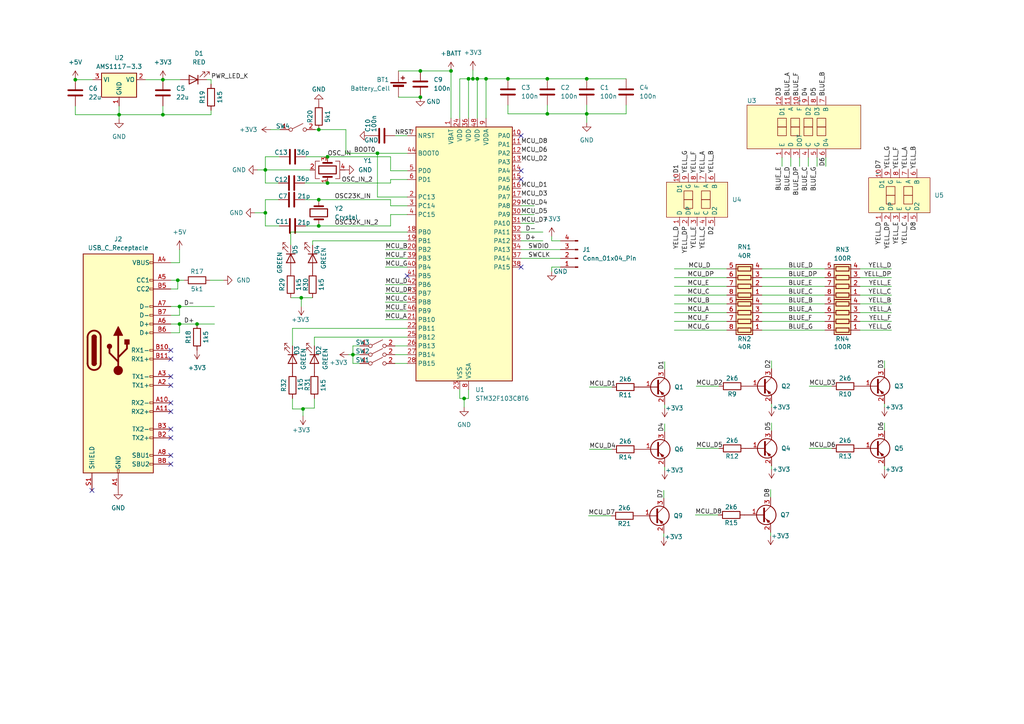
<source format=kicad_sch>
(kicad_sch (version 20230121) (generator eeschema)
  (paper "A4")
  (lib_symbols
    (symbol "Connector:Conn_01x04_Pin" (pin_names (offset 1.016) hide)
      (property "Reference" "J" (at 0 5.08 0))
      (property "Value" "Conn_01x04_Pin" (at 0 -7.62 0))
      (symbol "Conn_01x04_Pin_1_1"
        (pin passive line (at 5.08 2.54 180) (length 3.81) (name "Pin_1") (number "1"))
        (pin passive line (at 5.08 0 180) (length 3.81) (name "Pin_2") (number "2"))
        (pin passive line (at 5.08 -2.54 180) (length 3.81) (name "Pin_3") (number "3"))
        (pin passive line (at 5.08 -5.08 180) (length 3.81) (name "Pin_4") (number "4"))
      )
    )
    (symbol "Connector:USB_C_Receptacle" (pin_names (offset 1.016))
      (property "Reference" "J" (at -10.16 29.21 0))
      (property "Value" "USB_C_Receptacle" (at 10.16 29.21 0))
      (symbol "USB_C_Receptacle_1_1"
        (pin passive line (at 0 -40.64 90) (length 5.08) (name "GND") (number "A1"))
        (pin bidirectional line (at 15.24 -15.24 180) (length 5.08) (name "RX2-") (number "A10"))
        (pin bidirectional line (at 15.24 -17.78 180) (length 5.08) (name "RX2+") (number "A11"))
        (pin passive line (at 0 -40.64 90) (length 5.08) hide (name "GND") (number "A12"))
        (pin bidirectional line (at 15.24 -10.16 180) (length 5.08) (name "TX1+") (number "A2"))
        (pin bidirectional line (at 15.24 -7.62 180) (length 5.08) (name "TX1-") (number "A3"))
        (pin passive line (at 15.24 25.4 180) (length 5.08) (name "VBUS") (number "A4"))
        (pin bidirectional line (at 15.24 20.32 180) (length 5.08) (name "CC1") (number "A5"))
        (pin bidirectional line (at 15.24 7.62 180) (length 5.08) (name "D+") (number "A6"))
        (pin bidirectional line (at 15.24 12.7 180) (length 5.08) (name "D-") (number "A7"))
        (pin bidirectional line (at 15.24 -30.48 180) (length 5.08) (name "SBU1") (number "A8"))
        (pin passive line (at 15.24 25.4 180) (length 5.08) hide (name "VBUS") (number "A9"))
        (pin passive line (at 0 -40.64 90) (length 5.08) hide (name "GND") (number "B1"))
        (pin bidirectional line (at 15.24 0 180) (length 5.08) (name "RX1-") (number "B10"))
        (pin bidirectional line (at 15.24 -2.54 180) (length 5.08) (name "RX1+") (number "B11"))
        (pin passive line (at 0 -40.64 90) (length 5.08) hide (name "GND") (number "B12"))
        (pin bidirectional line (at 15.24 -25.4 180) (length 5.08) (name "TX2+") (number "B2"))
        (pin bidirectional line (at 15.24 -22.86 180) (length 5.08) (name "TX2-") (number "B3"))
        (pin passive line (at 15.24 25.4 180) (length 5.08) hide (name "VBUS") (number "B4"))
        (pin bidirectional line (at 15.24 17.78 180) (length 5.08) (name "CC2") (number "B5"))
        (pin bidirectional line (at 15.24 5.08 180) (length 5.08) (name "D+") (number "B6"))
        (pin bidirectional line (at 15.24 10.16 180) (length 5.08) (name "D-") (number "B7"))
        (pin bidirectional line (at 15.24 -33.02 180) (length 5.08) (name "SBU2") (number "B8"))
        (pin passive line (at 15.24 25.4 180) (length 5.08) hide (name "VBUS") (number "B9"))
        (pin passive line (at -7.62 -40.64 90) (length 5.08) (name "SHIELD") (number "S1"))
      )
    )
    (symbol "Device:Battery_Cell" (pin_numbers hide) (pin_names (offset 0) hide)
      (property "Reference" "BT" (at 2.54 2.54 0))
      (property "Value" "Battery_Cell" (at 2.54 0 0))
      (symbol "Battery_Cell_1_1"
        (pin passive line (at 0 5.08 270) (length 2.54) (name "+") (number "1"))
        (pin passive line (at 0 -2.54 90) (length 2.54) (name "-") (number "2"))
      )
    )
    (symbol "Device:C" (pin_numbers hide) (pin_names (offset 0.254))
      (property "Reference" "C" (at 0.635 2.54 0))
      (property "Value" "C" (at 0.635 -2.54 0))
      (symbol "C_1_1"
        (pin passive line (at 0 3.81 270) (length 2.794) (name "~") (number "1"))
        (pin passive line (at 0 -3.81 90) (length 2.794) (name "~") (number "2"))
      )
    )
    (symbol "Device:Crystal" (pin_numbers hide) (pin_names (offset 1.016) hide)
      (property "Reference" "Y" (at 0 3.81 0))
      (property "Value" "Crystal" (at 0 -3.81 0))
      (symbol "Crystal_1_1"
        (pin passive line (at -3.81 0 0) (length 1.27) (name "1") (number "1"))
        (pin passive line (at 3.81 0 180) (length 1.27) (name "2") (number "2"))
      )
    )
    (symbol "Device:Crystal_GND24" (pin_names (offset 1.016) hide)
      (property "Reference" "Y" (at 3.175 5.08 0))
      (property "Value" "Crystal_GND24" (at 3.175 3.175 0))
      (symbol "Crystal_GND24_1_1"
        (pin passive line (at -3.81 0 0) (length 1.27) (name "1") (number "1"))
        (pin passive line (at 0 5.08 270) (length 1.27) (name "2") (number "2"))
        (pin passive line (at 3.81 0 180) (length 1.27) (name "3") (number "3"))
        (pin passive line (at 0 -5.08 90) (length 1.27) (name "4") (number "4"))
      )
    )
    (symbol "Device:LED" (pin_numbers hide) (pin_names (offset 1.016) hide)
      (property "Reference" "D" (at 0 2.54 0))
      (property "Value" "LED" (at 0 -2.54 0))
      (symbol "LED_1_1"
        (pin passive line (at -3.81 0 0) (length 2.54) (name "K") (number "1"))
        (pin passive line (at 3.81 0 180) (length 2.54) (name "A") (number "2"))
      )
    )
    (symbol "Device:Q_PNP_BEC" (pin_names (offset 0) hide)
      (property "Reference" "Q" (at 5.08 1.27 0))
      (property "Value" "Q_PNP_BEC" (at 5.08 -1.27 0))
      (symbol "Q_PNP_BEC_1_1"
        (pin input line (at -5.08 0 0) (length 5.715) (name "B") (number "1"))
        (pin passive line (at 2.54 -5.08 90) (length 2.54) (name "E") (number "2"))
        (pin passive line (at 2.54 5.08 270) (length 2.54) (name "C") (number "3"))
      )
    )
    (symbol "Device:R" (pin_numbers hide) (pin_names (offset 0))
      (property "Reference" "R" (at 2.032 0 90))
      (property "Value" "R" (at 0 0 90))
      (symbol "R_1_1"
        (pin passive line (at 0 3.81 270) (length 1.27) (name "~") (number "1"))
        (pin passive line (at 0 -3.81 90) (length 1.27) (name "~") (number "2"))
      )
    )
    (symbol "Device:R_Pack04" (pin_names (offset 0) hide)
      (property "Reference" "RN" (at -7.62 0 90))
      (property "Value" "R_Pack04" (at 5.08 0 90))
      (symbol "R_Pack04_1_1"
        (pin passive line (at -5.08 -5.08 90) (length 2.54) (name "R1.1") (number "1"))
        (pin passive line (at -2.54 -5.08 90) (length 2.54) (name "R2.1") (number "2"))
        (pin passive line (at 0 -5.08 90) (length 2.54) (name "R3.1") (number "3"))
        (pin passive line (at 2.54 -5.08 90) (length 2.54) (name "R4.1") (number "4"))
        (pin passive line (at 2.54 5.08 270) (length 2.54) (name "R4.2") (number "5"))
        (pin passive line (at 0 5.08 270) (length 2.54) (name "R3.2") (number "6"))
        (pin passive line (at -2.54 5.08 270) (length 2.54) (name "R2.2") (number "7"))
        (pin passive line (at -5.08 5.08 270) (length 2.54) (name "R1.2") (number "8"))
      )
    )
    (symbol "MCU_ST_STM32F1:STM32F103C8Tx"
      (property "Reference" "U" (at -12.7 39.37 0))
      (property "Value" "STM32F103C8Tx" (at 10.16 39.37 0))
      (symbol "STM32F103C8Tx_1_1"
        (pin power_in line (at -2.54 40.64 270) (length 2.54) (name "VBAT") (number "1"))
        (pin bidirectional line (at 17.78 35.56 180) (length 2.54) (name "PA0") (number "10"))
        (pin bidirectional line (at 17.78 33.02 180) (length 2.54) (name "PA1") (number "11"))
        (pin bidirectional line (at 17.78 30.48 180) (length 2.54) (name "PA2") (number "12"))
        (pin bidirectional line (at 17.78 27.94 180) (length 2.54) (name "PA3") (number "13"))
        (pin bidirectional line (at 17.78 25.4 180) (length 2.54) (name "PA4") (number "14"))
        (pin bidirectional line (at 17.78 22.86 180) (length 2.54) (name "PA5") (number "15"))
        (pin bidirectional line (at 17.78 20.32 180) (length 2.54) (name "PA6") (number "16"))
        (pin bidirectional line (at 17.78 17.78 180) (length 2.54) (name "PA7") (number "17"))
        (pin bidirectional line (at -15.24 7.62 0) (length 2.54) (name "PB0") (number "18"))
        (pin bidirectional line (at -15.24 5.08 0) (length 2.54) (name "PB1") (number "19"))
        (pin bidirectional line (at -15.24 17.78 0) (length 2.54) (name "PC13") (number "2") (alternate "" input line))
        (pin bidirectional line (at -15.24 2.54 0) (length 2.54) (name "PB2") (number "20"))
        (pin bidirectional line (at -15.24 -17.78 0) (length 2.54) (name "PB10") (number "21"))
        (pin bidirectional line (at -15.24 -20.32 0) (length 2.54) (name "PB11") (number "22"))
        (pin power_in line (at 0 -38.1 90) (length 2.54) (name "VSS") (number "23"))
        (pin power_in line (at 0 40.64 270) (length 2.54) (name "VDD") (number "24"))
        (pin bidirectional line (at -15.24 -22.86 0) (length 2.54) (name "PB12") (number "25"))
        (pin bidirectional line (at -15.24 -25.4 0) (length 2.54) (name "PB13") (number "26"))
        (pin bidirectional line (at -15.24 -27.94 0) (length 2.54) (name "PB14") (number "27"))
        (pin bidirectional line (at -15.24 -30.48 0) (length 2.54) (name "PB15") (number "28"))
        (pin bidirectional line (at 17.78 15.24 180) (length 2.54) (name "PA8") (number "29"))
        (pin bidirectional line (at -15.24 15.24 0) (length 2.54) (name "PC14") (number "3") (alternate "" input line))
        (pin bidirectional line (at 17.78 12.7 180) (length 2.54) (name "PA9") (number "30"))
        (pin bidirectional line (at 17.78 10.16 180) (length 2.54) (name "PA10") (number "31"))
        (pin bidirectional line (at 17.78 7.62 180) (length 2.54) (name "PA11") (number "32") (alternate "" input line))
        (pin bidirectional line (at 17.78 5.08 180) (length 2.54) (name "PA12") (number "33") (alternate "" input line))
        (pin bidirectional line (at 17.78 2.54 180) (length 2.54) (name "PA13") (number "34") (alternate "" input line))
        (pin passive line (at 0 -38.1 90) (length 2.54) hide (name "VSS") (number "35"))
        (pin power_in line (at 2.54 40.64 270) (length 2.54) (name "VDD") (number "36"))
        (pin bidirectional line (at 17.78 0 180) (length 2.54) (name "PA14") (number "37") (alternate "" input line))
        (pin bidirectional line (at 17.78 -2.54 180) (length 2.54) (name "PA15") (number "38"))
        (pin bidirectional line (at -15.24 0 0) (length 2.54) (name "PB3") (number "39"))
        (pin bidirectional line (at -15.24 12.7 0) (length 2.54) (name "PC15") (number "4") (alternate "" input line))
        (pin bidirectional line (at -15.24 -2.54 0) (length 2.54) (name "PB4") (number "40"))
        (pin bidirectional line (at -15.24 -5.08 0) (length 2.54) (name "PB5") (number "41"))
        (pin bidirectional line (at -15.24 -7.62 0) (length 2.54) (name "PB6") (number "42"))
        (pin bidirectional line (at -15.24 -10.16 0) (length 2.54) (name "PB7") (number "43"))
        (pin input line (at -15.24 30.48 0) (length 2.54) (name "BOOT0") (number "44"))
        (pin bidirectional line (at -15.24 -12.7 0) (length 2.54) (name "PB8") (number "45"))
        (pin bidirectional line (at -15.24 -15.24 0) (length 2.54) (name "PB9") (number "46"))
        (pin passive line (at 0 -38.1 90) (length 2.54) hide (name "VSS") (number "47"))
        (pin power_in line (at 5.08 40.64 270) (length 2.54) (name "VDD") (number "48"))
        (pin bidirectional line (at -15.24 25.4 0) (length 2.54) (name "PD0") (number "5") (alternate "" input line))
        (pin bidirectional line (at -15.24 22.86 0) (length 2.54) (name "PD1") (number "6") (alternate "" input line))
        (pin input line (at -15.24 35.56 0) (length 2.54) (name "NRST") (number "7"))
        (pin power_in line (at 2.54 -38.1 90) (length 2.54) (name "VSSA") (number "8"))
        (pin power_in line (at 7.62 40.64 270) (length 2.54) (name "VDDA") (number "9"))
      )
    )
    (symbol "Regulator_Linear:AMS1117-3.3"
      (property "Reference" "U" (at -3.81 3.175 0))
      (property "Value" "AMS1117-3.3" (at 0 3.175 0))
      (symbol "AMS1117-3.3_1_1"
        (pin power_in line (at 0 -7.62 90) (length 2.54) (name "GND") (number "1"))
        (pin power_out line (at 7.62 0 180) (length 2.54) (name "VO") (number "2"))
        (pin power_in line (at -7.62 0 0) (length 2.54) (name "VI") (number "3"))
      )
    )
    (symbol "SLR0402DYA3BD_1"
      (property "Reference" "U?" (at -2.54 0 0))
      (symbol "SLR0402DYA3BD_1_1_1"
        (pin input line (at 1.27 -13.97 90) (length 2.54) (name "D") (number "1"))
        (pin input line (at 1.27 1.27 270) (length 2.54) (name "D1") (number "10"))
        (pin input line (at 3.81 -13.97 90) (length 2.54) (name "DP") (number "2"))
        (pin input line (at 6.35 -13.97 90) (length 2.54) (name "E") (number "3"))
        (pin input line (at 8.89 -13.97 90) (length 2.54) (name "C") (number "4"))
        (pin input line (at 11.43 -13.97 90) (length 2.54) (name "D2") (number "5"))
        (pin input line (at 11.43 1.27 270) (length 2.54) (name "B") (number "6"))
        (pin input line (at 8.89 1.27 270) (length 2.54) (name "A") (number "7"))
        (pin input line (at 6.35 1.27 270) (length 2.54) (name "F") (number "8"))
        (pin input line (at 3.81 1.27 270) (length 2.54) (name "G") (number "9"))
      )
    )
    (symbol "Switch:SW_SPST" (pin_names (offset 0) hide)
      (property "Reference" "SW" (at 0 3.175 0))
      (property "Value" "SW_SPST" (at 0 -2.54 0))
      (symbol "SW_SPST_1_1"
        (pin passive line (at -5.08 0 0) (length 2.54) (name "A") (number "1"))
        (pin passive line (at 5.08 0 180) (length 2.54) (name "B") (number "2"))
      )
    )
    (symbol "power:+3V3" (power) (pin_names (offset 0))
      (property "Value" "+3V3" (at 0 3.556 0))
      (symbol "+3V3_1_1"
        (pin power_in line (at 0 0 90) (length 0) hide (name "+3V3") (number "1"))
      )
    )
    (symbol "power:+5V" (power) (pin_names (offset 0))
      (property "Value" "+5V" (at 0 3.556 0))
      (symbol "+5V_1_1"
        (pin power_in line (at 0 0 90) (length 0) hide (name "+5V") (number "1"))
      )
    )
    (symbol "power:+BATT" (power) (pin_names (offset 0))
      (property "Value" "+BATT" (at 0 3.556 0))
      (symbol "+BATT_1_1"
        (pin power_in line (at 0 0 90) (length 0) hide (name "+BATT") (number "1"))
      )
    )
    (symbol "power:GND" (power) (pin_names (offset 0))
      (property "Value" "GND" (at 0 -3.81 0))
      (symbol "GND_1_1"
        (pin power_in line (at 0 0 270) (length 0) hide (name "GND") (number "1"))
      )
    )
    (symbol "seven_segments:SLR0402DYA3BD"
      (property "Reference" "U?" (at -2.54 0 0))
      (symbol "SLR0402DYA3BD_1_1"
        (pin input line (at 1.27 -13.97 90) (length 2.54) (name "D") (number "1"))
        (pin input line (at 1.27 1.27 270) (length 2.54) (name "D1") (number "10"))
        (pin input line (at 3.81 -13.97 90) (length 2.54) (name "DP") (number "2"))
        (pin input line (at 6.35 -13.97 90) (length 2.54) (name "E") (number "3"))
        (pin input line (at 8.89 -13.97 90) (length 2.54) (name "C") (number "4"))
        (pin input line (at 11.43 -13.97 90) (length 2.54) (name "D2") (number "5"))
        (pin input line (at 11.43 1.27 270) (length 2.54) (name "B") (number "6"))
        (pin input line (at 8.89 1.27 270) (length 2.54) (name "A") (number "7"))
        (pin input line (at 6.35 1.27 270) (length 2.54) (name "F") (number "8"))
        (pin input line (at 3.81 1.27 270) (length 2.54) (name "G") (number "9"))
      )
    )
    (symbol "seven_segments:SLR0404DBA2BD"
      (property "Reference" "U?" (at 1.27 13.97 0))
      (symbol "SLR0404DBA2BD_1_1"
        (pin input line (at 10.16 -2.54 90) (length 2.54) (name "E") (number "1"))
        (pin input line (at 15.24 15.24 270) (length 2.54) (name "F") (number "10"))
        (pin input line (at 12.7 15.24 270) (length 2.54) (name "A") (number "11"))
        (pin input line (at 10.16 15.24 270) (length 2.54) (name "D1") (number "12"))
        (pin input line (at 12.7 -2.54 90) (length 2.54) (name "D") (number "2"))
        (pin input line (at 15.24 -2.54 90) (length 2.54) (name "DOT") (number "3"))
        (pin input line (at 17.78 -2.54 90) (length 2.54) (name "C") (number "4"))
        (pin input line (at 20.32 -2.54 90) (length 2.54) (name "G") (number "5"))
        (pin input line (at 22.86 -2.54 90) (length 2.54) (name "D4") (number "6"))
        (pin input line (at 22.86 15.24 270) (length 2.54) (name "B") (number "7"))
        (pin input line (at 20.32 15.24 270) (length 2.54) (name "D3") (number "8"))
        (pin input line (at 17.78 15.24 270) (length 2.54) (name "D2") (number "9"))
      )
    )
  )
  (junction (at 47.244 23.114))
  (junction (at 121.92 20.574))
  (junction (at 57.15 93.98))
  (junction (at 94.996 45.466))
  (junction (at 109.474 44.45))
  (junction (at 52.07 88.9))
  (junction (at 138.43 22.86))
  (junction (at 135.89 22.86))
  (junction (at 170.18 33.02))
  (junction (at 158.75 22.86))
  (junction (at 134.62 115.57))
  (junction (at 94.996 53.086))
  (junction (at 170.18 22.86))
  (junction (at 92.456 65.532))
  (junction (at 147.32 22.86))
  (junction (at 21.844 23.114))
  (junction (at 137.16 22.86))
  (junction (at 121.92 28.194))
  (junction (at 87.884 118.618))
  (junction (at 92.456 57.912))
  (junction (at 51.562 81.28))
  (junction (at 102.362 102.87))
  (junction (at 76.962 49.276))
  (junction (at 76.962 61.722))
  (junction (at 47.244 33.274))
  (junction (at 140.97 22.86))
  (junction (at 34.544 33.274))
  (junction (at 87.376 86.36))
  (junction (at 52.07 93.98))
  (junction (at 158.75 33.02))
  (junction (at 92.456 37.592))
  (junction (at 130.81 20.574))
  (no_connect (at 49.53 109.22))
  (no_connect (at 26.67 142.24))
  (no_connect (at 49.53 124.46))
  (no_connect (at 49.53 104.14))
  (no_connect (at 151.13 39.37))
  (no_connect (at 151.13 77.47))
  (no_connect (at 49.53 116.84))
  (no_connect (at 49.53 119.38))
  (no_connect (at 49.53 127))
  (no_connect (at 118.11 80.01))
  (no_connect (at 49.53 111.76))
  (no_connect (at 49.53 134.62))
  (no_connect (at 151.13 49.53))
  (no_connect (at 151.13 52.07))
  (no_connect (at 49.53 132.08))
  (no_connect (at 49.53 101.6))
  (wire (pts (xy 151.13 72.39) (xy 162.56 72.39)))
  (wire (pts (xy 111.76 72.39) (xy 118.11 72.39)))
  (wire (pts (xy 195.58 85.598) (xy 210.82 85.598)))
  (wire (pts (xy 220.98 93.218) (xy 239.268 93.218)))
  (wire (pts (xy 223.774 122.682) (xy 223.774 124.968)))
  (wire (pts (xy 158.75 22.86) (xy 170.18 22.86)))
  (wire (pts (xy 61.214 23.114) (xy 59.944 23.114)))
  (wire (pts (xy 88.646 65.532) (xy 92.456 65.532)))
  (wire (pts (xy 94.996 53.086) (xy 113.284 53.086)))
  (wire (pts (xy 52.07 88.9) (xy 62.23 88.9)))
  (wire (pts (xy 87.884 118.618) (xy 84.836 118.618)))
  (wire (pts (xy 52.07 91.44) (xy 52.07 88.9)))
  (wire (pts (xy 151.13 74.93) (xy 162.56 74.93)))
  (wire (pts (xy 220.98 95.758) (xy 239.268 95.758)))
  (wire (pts (xy 249.428 95.758) (xy 258.572 95.758)))
  (wire (pts (xy 76.962 57.912) (xy 76.962 61.722)))
  (wire (pts (xy 84.836 118.618) (xy 84.836 115.57)))
  (wire (pts (xy 51.562 83.82) (xy 51.562 81.28)))
  (wire (pts (xy 111.76 74.93) (xy 118.11 74.93)))
  (wire (pts (xy 76.962 65.532) (xy 81.026 65.532)))
  (wire (pts (xy 226.822 48.26) (xy 226.822 45.72)))
  (wire (pts (xy 234.696 112.014) (xy 241.3 112.014)))
  (wire (pts (xy 76.962 49.276) (xy 89.916 49.276)))
  (wire (pts (xy 115.57 28.194) (xy 121.92 28.194)))
  (wire (pts (xy 192.532 142.24) (xy 192.532 144.526)))
  (wire (pts (xy 111.76 85.09) (xy 118.11 85.09)))
  (wire (pts (xy 192.786 117.348) (xy 192.786 118.364)))
  (wire (pts (xy 170.18 33.02) (xy 181.61 33.02)))
  (wire (pts (xy 195.58 90.678) (xy 210.82 90.678)))
  (wire (pts (xy 113.284 49.53) (xy 118.11 49.53)))
  (wire (pts (xy 234.696 130.048) (xy 241.3 130.048)))
  (wire (pts (xy 220.98 85.598) (xy 239.268 85.598)))
  (wire (pts (xy 76.962 61.722) (xy 76.962 65.532)))
  (wire (pts (xy 47.244 30.734) (xy 47.244 33.274)))
  (wire (pts (xy 223.774 117.094) (xy 223.774 118.11)))
  (wire (pts (xy 34.544 33.274) (xy 34.544 30.734)))
  (wire (pts (xy 249.428 83.058) (xy 258.572 83.058)))
  (wire (pts (xy 47.244 23.114) (xy 52.324 23.114)))
  (wire (pts (xy 109.474 57.15) (xy 109.474 44.45)))
  (wire (pts (xy 92.456 65.532) (xy 113.284 65.532)))
  (wire (pts (xy 88.392 53.086) (xy 94.996 53.086)))
  (wire (pts (xy 231.902 48.26) (xy 231.902 45.72)))
  (wire (pts (xy 249.428 85.598) (xy 258.572 85.598)))
  (wire (pts (xy 84.836 95.25) (xy 118.11 95.25)))
  (wire (pts (xy 21.844 30.734) (xy 21.844 33.274)))
  (wire (pts (xy 114.554 105.41) (xy 118.11 105.41)))
  (wire (pts (xy 102.362 105.41) (xy 102.362 102.87)))
  (wire (pts (xy 74.676 49.276) (xy 76.962 49.276)))
  (wire (pts (xy 137.16 22.86) (xy 135.89 22.86)))
  (wire (pts (xy 170.942 130.302) (xy 177.546 130.302)))
  (wire (pts (xy 181.61 33.02) (xy 181.61 30.48)))
  (wire (pts (xy 239.522 48.26) (xy 239.522 45.72)))
  (wire (pts (xy 91.186 97.79) (xy 91.186 100.33)))
  (wire (pts (xy 133.35 22.86) (xy 133.35 34.29)))
  (wire (pts (xy 42.164 23.114) (xy 47.244 23.114)))
  (wire (pts (xy 84.328 71.12) (xy 84.328 67.31)))
  (wire (pts (xy 115.57 20.574) (xy 121.92 20.574)))
  (wire (pts (xy 130.81 20.574) (xy 130.81 34.29)))
  (wire (pts (xy 100.33 44.45) (xy 109.474 44.45)))
  (wire (pts (xy 100.33 37.592) (xy 92.456 37.592)))
  (wire (pts (xy 223.774 135.128) (xy 223.774 136.144)))
  (wire (pts (xy 101.092 102.87) (xy 102.362 102.87)))
  (wire (pts (xy 170.18 22.86) (xy 181.61 22.86)))
  (wire (pts (xy 111.76 87.63) (xy 118.11 87.63)))
  (wire (pts (xy 121.92 20.574) (xy 130.81 20.574)))
  (wire (pts (xy 151.13 67.31) (xy 157.48 67.31)))
  (wire (pts (xy 100.33 37.592) (xy 100.33 44.45)))
  (wire (pts (xy 80.772 57.912) (xy 76.962 57.912)))
  (wire (pts (xy 201.676 149.352) (xy 208.28 149.352)))
  (wire (pts (xy 134.62 115.57) (xy 135.89 115.57)))
  (wire (pts (xy 170.18 35.56) (xy 170.18 33.02)))
  (wire (pts (xy 223.774 104.648) (xy 223.774 106.934)))
  (wire (pts (xy 195.58 88.138) (xy 210.82 88.138)))
  (wire (pts (xy 201.93 130.048) (xy 208.534 130.048)))
  (wire (pts (xy 102.362 102.87) (xy 102.362 100.33)))
  (wire (pts (xy 234.442 48.26) (xy 234.442 45.72)))
  (wire (pts (xy 170.942 112.268) (xy 177.546 112.268)))
  (wire (pts (xy 236.982 48.26) (xy 236.982 45.72)))
  (wire (pts (xy 256.54 122.682) (xy 256.54 124.968)))
  (wire (pts (xy 220.98 77.978) (xy 239.268 77.978)))
  (wire (pts (xy 114.554 39.37) (xy 118.11 39.37)))
  (wire (pts (xy 84.328 86.36) (xy 87.376 86.36)))
  (wire (pts (xy 90.678 69.85) (xy 90.678 71.12)))
  (wire (pts (xy 147.32 22.86) (xy 158.75 22.86)))
  (wire (pts (xy 170.688 149.606) (xy 177.292 149.606)))
  (wire (pts (xy 113.284 52.07) (xy 113.284 53.086)))
  (wire (pts (xy 64.77 81.28) (xy 60.96 81.28)))
  (wire (pts (xy 113.284 62.23) (xy 118.11 62.23)))
  (wire (pts (xy 111.76 82.55) (xy 118.11 82.55)))
  (wire (pts (xy 135.89 22.86) (xy 133.35 22.86)))
  (wire (pts (xy 21.844 33.274) (xy 34.544 33.274)))
  (wire (pts (xy 49.53 83.82) (xy 51.562 83.82)))
  (wire (pts (xy 87.376 86.36) (xy 90.678 86.36)))
  (wire (pts (xy 114.554 100.33) (xy 118.11 100.33)))
  (wire (pts (xy 87.376 88.9) (xy 87.376 86.36)))
  (wire (pts (xy 249.428 90.678) (xy 258.572 90.678)))
  (wire (pts (xy 140.97 34.29) (xy 140.97 22.86)))
  (wire (pts (xy 162.56 77.47) (xy 160.02 77.47)))
  (wire (pts (xy 195.58 93.218) (xy 210.82 93.218)))
  (wire (pts (xy 223.52 154.432) (xy 223.52 155.448)))
  (wire (pts (xy 160.02 69.85) (xy 160.02 68.58)))
  (wire (pts (xy 133.35 115.57) (xy 133.35 113.03)))
  (wire (pts (xy 114.554 102.87) (xy 118.11 102.87)))
  (wire (pts (xy 84.328 67.31) (xy 118.11 67.31)))
  (wire (pts (xy 92.456 37.592) (xy 91.44 37.592)))
  (wire (pts (xy 88.392 57.912) (xy 92.456 57.912)))
  (wire (pts (xy 249.428 77.978) (xy 258.572 77.978)))
  (wire (pts (xy 249.428 80.518) (xy 258.572 80.518)))
  (wire (pts (xy 92.456 57.912) (xy 113.284 57.912)))
  (wire (pts (xy 52.07 96.52) (xy 52.07 93.98)))
  (wire (pts (xy 104.394 105.41) (xy 102.362 105.41)))
  (wire (pts (xy 52.07 93.98) (xy 57.15 93.98)))
  (wire (pts (xy 90.678 69.85) (xy 118.11 69.85)))
  (wire (pts (xy 49.53 93.98) (xy 52.07 93.98)))
  (wire (pts (xy 57.15 93.98) (xy 62.23 93.98)))
  (wire (pts (xy 249.428 88.138) (xy 258.572 88.138)))
  (wire (pts (xy 84.836 95.25) (xy 84.836 100.33)))
  (wire (pts (xy 140.97 22.86) (xy 138.43 22.86)))
  (wire (pts (xy 134.62 115.57) (xy 134.62 118.11)))
  (wire (pts (xy 118.11 57.15) (xy 109.474 57.15)))
  (wire (pts (xy 73.914 61.722) (xy 76.962 61.722)))
  (wire (pts (xy 91.186 118.364) (xy 87.884 118.364)))
  (wire (pts (xy 135.89 34.29) (xy 135.89 22.86)))
  (wire (pts (xy 249.428 93.218) (xy 258.572 93.218)))
  (wire (pts (xy 109.474 44.45) (xy 118.11 44.45)))
  (wire (pts (xy 170.18 33.02) (xy 170.18 30.48)))
  (wire (pts (xy 195.58 95.758) (xy 210.82 95.758)))
  (wire (pts (xy 88.646 45.466) (xy 94.996 45.466)))
  (wire (pts (xy 160.02 77.47) (xy 160.02 78.74)))
  (wire (pts (xy 47.244 33.274) (xy 61.214 33.274)))
  (wire (pts (xy 104.394 102.87) (xy 102.362 102.87)))
  (wire (pts (xy 220.98 80.518) (xy 239.268 80.518)))
  (wire (pts (xy 52.07 72.39) (xy 52.07 76.2)))
  (wire (pts (xy 192.532 154.686) (xy 192.532 155.702)))
  (wire (pts (xy 91.186 115.57) (xy 91.186 118.364)))
  (wire (pts (xy 151.13 62.23) (xy 154.94 62.23)))
  (wire (pts (xy 94.996 45.466) (xy 113.284 45.466)))
  (wire (pts (xy 80.772 53.086) (xy 76.962 53.086)))
  (wire (pts (xy 111.76 77.47) (xy 118.11 77.47)))
  (wire (pts (xy 113.284 57.912) (xy 113.284 59.69)))
  (wire (pts (xy 118.11 59.69) (xy 113.284 59.69)))
  (wire (pts (xy 76.962 45.466) (xy 76.962 49.276)))
  (wire (pts (xy 137.16 20.32) (xy 137.16 22.86)))
  (wire (pts (xy 201.93 112.014) (xy 208.534 112.014)))
  (wire (pts (xy 151.13 59.69) (xy 154.94 59.69)))
  (wire (pts (xy 256.54 135.128) (xy 256.54 136.144)))
  (wire (pts (xy 195.58 80.518) (xy 210.82 80.518)))
  (wire (pts (xy 220.98 88.138) (xy 239.268 88.138)))
  (wire (pts (xy 61.214 32.004) (xy 61.214 33.274)))
  (wire (pts (xy 34.544 34.544) (xy 34.544 33.274)))
  (wire (pts (xy 138.43 22.86) (xy 137.16 22.86)))
  (wire (pts (xy 49.53 88.9) (xy 52.07 88.9)))
  (wire (pts (xy 195.58 77.978) (xy 210.82 77.978)))
  (wire (pts (xy 220.98 83.058) (xy 239.268 83.058)))
  (wire (pts (xy 151.13 69.85) (xy 157.48 69.85)))
  (wire (pts (xy 118.11 97.79) (xy 91.186 97.79)))
  (wire (pts (xy 49.53 91.44) (xy 52.07 91.44)))
  (wire (pts (xy 135.89 113.03) (xy 135.89 115.57)))
  (wire (pts (xy 229.362 48.26) (xy 229.362 45.72)))
  (wire (pts (xy 162.56 69.85) (xy 160.02 69.85)))
  (wire (pts (xy 158.75 30.48) (xy 158.75 33.02)))
  (wire (pts (xy 158.75 33.02) (xy 170.18 33.02)))
  (wire (pts (xy 147.32 33.02) (xy 158.75 33.02)))
  (wire (pts (xy 87.884 120.65) (xy 87.884 118.618)))
  (wire (pts (xy 111.76 92.71) (xy 118.11 92.71)))
  (wire (pts (xy 223.52 141.986) (xy 223.52 144.272)))
  (wire (pts (xy 138.43 34.29) (xy 138.43 22.86)))
  (wire (pts (xy 256.54 104.648) (xy 256.54 106.934)))
  (wire (pts (xy 61.214 24.384) (xy 61.214 23.114)))
  (wire (pts (xy 113.284 62.23) (xy 113.284 65.532)))
  (wire (pts (xy 53.34 81.28) (xy 51.562 81.28)))
  (wire (pts (xy 87.884 118.618) (xy 87.884 118.364)))
  (wire (pts (xy 111.76 90.17) (xy 118.11 90.17)))
  (wire (pts (xy 113.284 45.466) (xy 113.284 49.53)))
  (wire (pts (xy 151.13 64.77) (xy 154.94 64.77)))
  (wire (pts (xy 81.026 45.466) (xy 76.962 45.466)))
  (wire (pts (xy 102.362 100.33) (xy 104.394 100.33)))
  (wire (pts (xy 220.98 90.678) (xy 239.268 90.678)))
  (wire (pts (xy 192.786 104.902) (xy 192.786 107.188)))
  (wire (pts (xy 192.786 122.936) (xy 192.786 125.222)))
  (wire (pts (xy 76.962 49.276) (xy 76.962 53.086)))
  (wire (pts (xy 134.62 115.57) (xy 133.35 115.57)))
  (wire (pts (xy 52.07 76.2) (xy 49.53 76.2)))
  (wire (pts (xy 34.544 33.274) (xy 47.244 33.274)))
  (wire (pts (xy 118.11 52.07) (xy 113.284 52.07)))
  (wire (pts (xy 21.844 23.114) (xy 26.924 23.114)))
  (wire (pts (xy 140.97 22.86) (xy 147.32 22.86)))
  (wire (pts (xy 256.54 117.094) (xy 256.54 118.11)))
  (wire (pts (xy 81.28 37.592) (xy 78.486 37.592)))
  (wire (pts (xy 51.562 81.28) (xy 49.53 81.28)))
  (wire (pts (xy 147.32 30.48) (xy 147.32 33.02)))
  (wire (pts (xy 192.786 135.382) (xy 192.786 136.398)))
  (wire (pts (xy 49.53 96.52) (xy 52.07 96.52)))
  (wire (pts (xy 195.58 83.058) (xy 210.82 83.058)))
  (label "MCU_D6" (at 151.13 44.45 0))
  (label "MCU_D" (at 111.76 82.55 0))
  (label "YELL_D" (at 197.104 65.532 270))
  (label "YELL_DP" (at 199.644 65.532 270))
  (label "NRST" (at 114.554 39.37 0))
  (label "PWR_LED_K" (at 61.214 23.114 0))
  (label "BOOT0" (at 102.616 44.45 0))
  (label "MCU_G" (at 111.76 77.47 0))
  (label "MCU_A" (at 199.39 90.678 0))
  (label "MCU_D1" (at 151.13 54.61 0))
  (label "BLUE_G" (at 228.6 95.758 0))
  (label "D3" (at 226.822 27.94 90))
  (label "YELL_G" (at 258.572 95.758 180))
  (label "YELL_B" (at 207.264 50.292 90))
  (label "MCU_B" (at 111.76 72.39 0))
  (label "MCU_G" (at 199.39 95.758 0))
  (label "BLUE_D" (at 229.362 48.26 270))
  (label "BLUE_D" (at 228.6 77.978 0))
  (label "D3" (at 256.54 106.934 90))
  (label "YELL_B" (at 258.572 88.138 180))
  (label "BLUE_E" (at 228.6 83.058 0))
  (label "YELL_F" (at 202.184 50.292 90))
  (label "D4" (at 192.786 125.222 90))
  (label "D7" (at 255.778 49.022 90))
  (label "OSC23K_IN" (at 97.028 57.912 0))
  (label "BLUE_F" (at 231.902 27.94 90))
  (label "OSC32K_IN_2" (at 97.028 65.532 0))
  (label "YELL_G" (at 199.644 50.292 90))
  (label "MCU_D3" (at 151.13 57.15 0))
  (label "BLUE_E" (at 226.822 48.26 270))
  (label "MCU_DP" (at 199.39 80.518 0))
  (label "D1" (at 197.104 50.292 90))
  (label "YELL_DP" (at 258.572 80.518 180))
  (label "MCU_D3" (at 234.696 112.014 0))
  (label "YELL_E" (at 258.572 83.058 180))
  (label "YELL_C" (at 263.398 64.262 270))
  (label "BLUE_A" (at 228.6 90.678 0))
  (label "D-" (at 152.4 67.31 0))
  (label "MCU_D4" (at 151.13 59.69 0))
  (label "YELL_A" (at 204.724 50.292 90))
  (label "MCU_D2" (at 151.13 46.99 0))
  (label "YELL_A" (at 258.572 90.678 180))
  (label "D+" (at 53.34 93.98 0))
  (label "BLUE_DP" (at 231.902 48.26 270))
  (label "BLUE_C" (at 228.6 85.598 0))
  (label "YELL_F" (at 260.858 49.022 90))
  (label "BLUE_B" (at 239.522 27.94 90))
  (label "MCU_B" (at 199.39 88.138 0))
  (label "MCU_F" (at 111.76 74.93 0))
  (label "OSC_IN" (at 94.996 45.466 0))
  (label "BLUE_G" (at 236.982 48.26 270))
  (label "YELL_E" (at 202.184 65.532 270))
  (label "MCU_D7" (at 170.688 149.606 0))
  (label "D8" (at 265.938 64.262 270))
  (label "MCU_D" (at 199.644 77.978 0))
  (label "BLUE_DP" (at 228.6 80.518 0))
  (label "BLUE_F" (at 228.6 93.218 0))
  (label "D2" (at 207.264 65.532 270))
  (label "YELL_G" (at 258.318 49.022 90))
  (label "MCU_E" (at 111.76 90.17 0))
  (label "MCU_DP" (at 111.76 85.09 0))
  (label "MCU_A" (at 111.76 92.71 0))
  (label "YELL_C" (at 258.572 85.598 180))
  (label "SWCLK" (at 153.162 74.93 0))
  (label "D6" (at 256.54 124.968 90))
  (label "YELL_D" (at 258.572 77.978 180))
  (label "MCU_C" (at 111.76 87.63 0))
  (label "BLUE_A" (at 229.362 27.94 90))
  (label "D2" (at 223.774 106.934 90))
  (label "YELL_A" (at 263.398 49.022 90))
  (label "MCU_F" (at 199.39 93.218 0))
  (label "D1" (at 192.786 107.188 90))
  (label "MCU_D5" (at 151.13 62.23 0))
  (label "D-" (at 53.34 88.9 0))
  (label "MCU_D6" (at 234.696 130.048 0))
  (label "D8" (at 223.52 144.272 90))
  (label "YELL_E" (at 260.858 64.262 270))
  (label "D5" (at 223.774 124.968 90))
  (label "YELL_C" (at 204.724 65.532 270))
  (label "D6" (at 239.522 48.26 90))
  (label "MCU_D4" (at 170.942 130.302 0))
  (label "BLUE_B" (at 228.6 88.138 0))
  (label "MCU_D2" (at 201.93 112.014 0))
  (label "YELL_B" (at 265.938 49.022 90))
  (label "D7" (at 192.532 144.526 90))
  (label "MCU_C" (at 199.39 85.598 0))
  (label "D4" (at 234.442 27.94 90))
  (label "D+" (at 152.4 69.85 0))
  (label "BLUE_C" (at 234.442 48.26 270))
  (label "MCU_D8" (at 151.13 41.91 0))
  (label "MCU_D7" (at 151.13 64.77 0))
  (label "YELL_F" (at 258.572 93.218 180))
  (label "MCU_D8" (at 201.676 149.352 0))
  (label "MCU_D5" (at 201.93 130.048 0))
  (label "D5" (at 236.982 27.94 90))
  (label "MCU_D1" (at 170.942 112.268 0))
  (label "SWDIO" (at 153.162 72.39 0))
  (label "YELL_D" (at 255.778 64.262 270))
  (label "YELL_DP" (at 258.318 64.262 270))
  (label "MCU_E" (at 199.39 83.058 0))
  (label "OSC_IN_2" (at 99.06 53.086 0))
  (symbol (lib_id "Device:Q_PNP_BEC") (at 190.246 112.268 0) (unit 1)
    (property "Reference" "Q1" (at 195.58 112.268 0) (effects (justify left)))
    (property "Value" "Q_PNP_BEC" (effects hide))
    (property "Footprint" "Package_TO_SOT_SMD:SOT-23" (effects hide))
  )
  (symbol (lib_id "power:GND") (at 121.92 28.194 0) (unit 1)
    (property "Reference" "#PWR022" (effects hide))
    (property "Value" "GND" (at 125.73 29.464 0))
  )
  (symbol (lib_id "Connector:USB_C_Receptacle") (at 34.29 101.6 0) (unit 1)
    (property "Reference" "J2" (at 34.29 69.342 0))
    (property "Value" "USB_C_Receptacle" (at 34.29 71.882 0))
    (property "Footprint" "Connector_USB:USB_C_Receptacle_XKB_U262-16XN-4BVC11" (effects hide))
    (property "Datasheet" "https://www.usb.org/sites/default/files/documents/usb_type-c.zip" (effects hide))
  )
  (symbol (lib_id "Device:Q_PNP_BEC") (at 254 112.014 0) (unit 1)
    (property "Reference" "Q3" (at 259.334 112.014 0) (effects (justify left)))
    (property "Value" "Q_PNP_BEC" (effects hide))
    (property "Footprint" "Package_TO_SOT_SMD:SOT-23" (effects hide))
  )
  (symbol (lib_id "Switch:SW_SPST") (at 109.474 102.87 0) (unit 1)
    (property "Reference" "SW2" (at 105.156 101.854 0))
    (property "Value" "SW_SPST" (effects hide))
    (property "Footprint" "seven_segments:TS-1088-AR02016" (effects hide))
  )
  (symbol (lib_name "SLR0402DYA3BD_1") (lib_id "seven_segments:SLR0402DYA3BD") (at 195.834 51.562 0) (unit 1)
    (property "Reference" "U4" (at 212.344 57.912 0) (effects (justify left)))
    (property "Value" "~" (at 195.834 51.562 0))
    (property "Footprint" "seven_segments:SLR0402DYA3BD" (effects hide))
  )
  (symbol (lib_id "Device:R") (at 91.186 111.76 180) (unit 1)
    (property "Reference" "R31" (at 89.154 111.506 90))
    (property "Value" "1k5" (at 93.726 111.76 90))
    (property "Footprint" "Resistor_SMD:R_0603_1608Metric" (effects hide))
  )
  (symbol (lib_id "power:GND") (at 160.02 78.74 0) (unit 1)
    (property "Reference" "#PWR010" (effects hide))
    (property "Value" "GND" (at 162.56 78.74 0))
  )
  (symbol (lib_id "Device:LED") (at 91.186 104.14 270) (unit 1)
    (property "Reference" "D2" (at 92.456 101.6 0))
    (property "Value" "GREEN" (at 94.361 104.14 0))
    (property "Footprint" "LED_SMD:LED_0603_1608Metric" (effects hide))
  )
  (symbol (lib_id "Device:Q_PNP_BEC") (at 220.98 149.352 0) (unit 1)
    (property "Reference" "Q7" (at 226.314 149.352 0) (effects (justify left)))
    (property "Value" "Q_PNP_BEC" (effects hide))
    (property "Footprint" "Package_TO_SOT_SMD:SOT-23" (effects hide))
  )
  (symbol (lib_id "Device:Battery_Cell") (at 115.57 25.654 0) (unit 1)
    (property "Reference" "BT1" (at 109.22 23.114 0) (effects (justify left)))
    (property "Value" "Battery_Cell" (at 101.6 25.654 0) (effects (justify left)))
    (property "Footprint" "seven_segments:Q&J BS-8-1" (effects hide))
  )
  (symbol (lib_id "Device:C") (at 84.836 45.466 90) (unit 1)
    (property "Reference" "C13" (at 81.534 44.196 90))
    (property "Value" "36p" (at 87.884 44.196 90))
    (property "Footprint" "Capacitor_SMD:C_0603_1608Metric" (effects hide))
  )
  (symbol (lib_id "Device:R") (at 181.102 149.606 270) (unit 1)
    (property "Reference" "R21" (at 181.102 151.892 90))
    (property "Value" "2k6" (at 181.102 147.32 90))
    (property "Footprint" "Resistor_SMD:R_0603_1608Metric" (effects hide))
  )
  (symbol (lib_id "Device:R_Pack04") (at 215.9 80.518 90) (unit 1)
    (property "Reference" "RN1" (at 215.9 71.628 90))
    (property "Value" "40R" (at 215.9 74.168 90))
    (property "Footprint" "Resistor_SMD:R_Array_Concave_4x0603" (effects hide))
  )
  (symbol (lib_id "seven_segments:SLR0402DYA3BD") (at 254.508 50.292 0) (unit 1)
    (property "Reference" "U5" (at 271.018 56.642 0) (effects (justify left)))
    (property "Value" "~" (at 254.508 50.292 0))
    (property "Footprint" "seven_segments:SLR0402DYA3BD" (effects hide))
  )
  (symbol (lib_id "Device:C") (at 121.92 24.384 0) (unit 1)
    (property "Reference" "C9" (at 125.73 23.114 0) (effects (justify left)))
    (property "Value" "100n" (at 125.73 25.654 0) (effects (justify left)))
    (property "Footprint" "Capacitor_SMD:C_0603_1608Metric" (effects hide))
  )
  (symbol (lib_id "Device:R") (at 212.344 112.014 270) (unit 1)
    (property "Reference" "R9" (at 212.344 114.3 90))
    (property "Value" "2k6" (at 212.344 109.728 90))
    (property "Footprint" "Resistor_SMD:R_0603_1608Metric" (effects hide))
  )
  (symbol (lib_id "Device:Q_PNP_BEC") (at 189.992 149.606 0) (unit 1)
    (property "Reference" "Q9" (at 195.326 149.606 0) (effects (justify left)))
    (property "Value" "Q_PNP_BEC" (effects hide))
    (property "Footprint" "Package_TO_SOT_SMD:SOT-23" (effects hide))
  )
  (symbol (lib_id "power:+3V3") (at 87.376 88.9 180) (unit 1)
    (property "Reference" "#PWR07" (effects hide))
    (property "Value" "+3V3" (at 87.122 92.71 0))
  )
  (symbol (lib_id "power:GND") (at 74.676 49.276 270) (unit 1)
    (property "Reference" "#PWR03" (effects hide))
    (property "Value" "GND" (at 71.374 49.276 90) (effects (justify right)))
  )
  (symbol (lib_id "power:+3V3") (at 192.786 136.398 180) (unit 1)
    (property "Reference" "#PWR029" (effects hide))
    (property "Value" "+3V3" (at 195.58 136.398 0))
  )
  (symbol (lib_id "Device:R") (at 90.678 82.55 180) (unit 1)
    (property "Reference" "R30" (at 88.646 82.55 90))
    (property "Value" "1k5" (at 93.218 82.55 90))
    (property "Footprint" "Resistor_SMD:R_0603_1608Metric" (effects hide))
  )
  (symbol (lib_id "Device:C") (at 110.744 39.37 90) (unit 1)
    (property "Reference" "C10" (at 106.68 38.354 0) (effects (justify left)))
    (property "Value" "100n" (at 108.458 38.354 0) (effects (justify left)))
    (property "Footprint" "Capacitor_SMD:C_0603_1608Metric" (effects hide))
  )
  (symbol (lib_id "power:+3V3") (at 47.244 23.114 0) (unit 1)
    (property "Reference" "#PWR013" (effects hide))
    (property "Value" "+3V3" (at 47.244 18.034 0))
  )
  (symbol (lib_id "Device:Q_PNP_BEC") (at 254 130.048 0) (unit 1)
    (property "Reference" "Q5" (at 259.334 130.048 0) (effects (justify left)))
    (property "Value" "Q_PNP_BEC" (effects hide))
    (property "Footprint" "Package_TO_SOT_SMD:SOT-23" (effects hide))
  )
  (symbol (lib_id "Device:R") (at 84.328 82.55 180) (unit 1)
    (property "Reference" "R29" (at 81.788 82.55 90))
    (property "Value" "1k5" (at 86.614 82.55 90))
    (property "Footprint" "Resistor_SMD:R_0603_1608Metric" (effects hide))
  )
  (symbol (lib_id "Device:LED") (at 84.328 74.93 270) (unit 1)
    (property "Reference" "D5" (at 85.598 72.39 0))
    (property "Value" "GREEN" (at 81.153 76.2 0))
    (property "Footprint" "LED_SMD:LED_0603_1608Metric" (effects hide))
  )
  (symbol (lib_id "power:+3V3") (at 192.532 155.702 180) (unit 1)
    (property "Reference" "#PWR032" (effects hide))
    (property "Value" "+3V3" (at 195.326 155.702 0))
  )
  (symbol (lib_id "Device:C") (at 158.75 26.67 0) (unit 1)
    (property "Reference" "C2" (at 162.56 25.4 0) (effects (justify left)))
    (property "Value" "100n" (at 162.56 27.94 0) (effects (justify left)))
    (property "Footprint" "Capacitor_SMD:C_0603_1608Metric" (effects hide))
  )
  (symbol (lib_id "MCU_ST_STM32F1:STM32F103C8Tx") (at 133.35 74.93 0) (unit 1)
    (property "Reference" "U1" (at 137.8459 113.03 0) (effects (justify left)))
    (property "Value" "STM32F103C8T6" (at 137.8459 115.57 0) (effects (justify left)))
    (property "Footprint" "Package_QFP:LQFP-48_7x7mm_P0.5mm" (effects hide))
    (property "Datasheet" "https://www.st.com/resource/en/datasheet/stm32f103c8.pdf" (effects hide))
    (pin "3" (alternate "OSC32K_IN"))
    (pin "34" (alternate "SWDIO"))
    (pin "37" (alternate "SWCLK"))
    (pin "4" (alternate "OSC32K_IN_2"))
    (pin "5" (alternate "OSC_IN"))
    (pin "6" (alternate "OSC_IN_2"))
  )
  (symbol (lib_id "power:GND") (at 64.77 81.28 90) (unit 1)
    (property "Reference" "#PWR020" (effects hide))
    (property "Value" "GND" (at 68.58 81.28 90) (effects (justify right)))
  )
  (symbol (lib_id "Device:R") (at 212.344 130.048 270) (unit 1)
    (property "Reference" "R12" (at 212.344 132.334 90))
    (property "Value" "2k6" (at 212.344 127.762 90))
    (property "Footprint" "Resistor_SMD:R_0603_1608Metric" (effects hide))
  )
  (symbol (lib_id "Device:R") (at 181.356 130.302 270) (unit 1)
    (property "Reference" "R14" (at 181.356 132.588 90))
    (property "Value" "2k6" (at 181.356 128.016 90))
    (property "Footprint" "Resistor_SMD:R_0603_1608Metric" (effects hide))
  )
  (symbol (lib_id "Device:R_Pack04") (at 244.348 80.518 90) (unit 1)
    (property "Reference" "RN3" (at 244.348 72.39 90))
    (property "Value" "100R" (at 244.348 74.93 90))
    (property "Footprint" "Resistor_SMD:R_Array_Concave_4x0603" (effects hide))
  )
  (symbol (lib_id "power:+5V") (at 52.07 72.39 0) (unit 1)
    (property "Reference" "#PWR019" (effects hide))
    (property "Value" "+5V" (at 52.07 67.31 0))
  )
  (symbol (lib_id "Device:R") (at 57.15 81.28 90) (unit 1)
    (property "Reference" "R17" (at 57.15 78.74 90))
    (property "Value" "5k1" (at 57.15 83.82 90))
    (property "Footprint" "Resistor_SMD:R_0603_1608Metric" (effects hide))
  )
  (symbol (lib_id "power:GND") (at 170.18 35.56 0) (unit 1)
    (property "Reference" "#PWR017" (effects hide))
    (property "Value" "GND" (at 170.18 40.64 0))
  )
  (symbol (lib_id "Regulator_Linear:AMS1117-3.3") (at 34.544 23.114 0) (unit 1)
    (property "Reference" "U2" (at 34.544 16.764 0))
    (property "Value" "AMS1117-3.3" (at 34.544 19.304 0))
    (property "Footprint" "Package_TO_SOT_SMD:SOT-223-3_TabPin2" (effects hide))
    (property "Datasheet" "http://www.advanced-monolithic.com/pdf/ds1117.pdf" (effects hide))
  )
  (symbol (lib_id "power:+3V3") (at 137.16 20.32 0) (unit 1)
    (property "Reference" "#PWR016" (effects hide))
    (property "Value" "+3V3" (at 137.16 15.24 0))
  )
  (symbol (lib_id "power:GND") (at 34.544 34.544 0) (unit 1)
    (property "Reference" "#PWR015" (effects hide))
    (property "Value" "GND" (at 34.544 39.624 0))
  )
  (symbol (lib_id "power:+3V3") (at 223.774 136.144 180) (unit 1)
    (property "Reference" "#PWR027" (effects hide))
    (property "Value" "+3V3" (at 226.568 136.144 0))
  )
  (symbol (lib_id "Device:R") (at 84.836 111.76 180) (unit 1)
    (property "Reference" "R32" (at 82.296 111.76 90))
    (property "Value" "1k5" (at 87.122 111.506 90))
    (property "Footprint" "Resistor_SMD:R_0603_1608Metric" (effects hide))
  )
  (symbol (lib_id "seven_segments:SLR0404DBA2BD") (at 216.662 43.18 0) (unit 1)
    (property "Reference" "U3" (at 216.662 29.21 0) (effects (justify left)))
    (property "Value" "~" (at 231.902 29.21 0))
    (property "Footprint" "seven_segments:SLR0404DBA2BD" (effects hide))
  )
  (symbol (lib_id "Device:C") (at 84.836 65.532 90) (unit 1)
    (property "Reference" "C11" (at 81.788 64.262 90))
    (property "Value" "21p" (at 88.138 64.516 90))
    (property "Footprint" "Capacitor_SMD:C_0603_1608Metric" (effects hide))
  )
  (symbol (lib_id "Switch:SW_SPST") (at 86.36 37.592 0) (unit 1)
    (property "Reference" "SW4" (at 82.042 36.576 0))
    (property "Value" "SW_SPST" (effects hide))
    (property "Footprint" "seven_segments:TS-1088-AR02016" (effects hide))
  )
  (symbol (lib_id "Device:LED") (at 84.836 104.14 270) (unit 1)
    (property "Reference" "D3" (at 86.106 101.6 0))
    (property "Value" "GREEN" (at 88.011 104.14 0))
    (property "Footprint" "LED_SMD:LED_0603_1608Metric" (effects hide))
  )
  (symbol (lib_id "Device:R") (at 245.11 112.014 270) (unit 1)
    (property "Reference" "R10" (at 245.11 114.3 90))
    (property "Value" "2k6" (at 245.11 109.728 90))
    (property "Footprint" "Resistor_SMD:R_0603_1608Metric" (effects hide))
  )
  (symbol (lib_id "Device:C") (at 170.18 26.67 0) (unit 1)
    (property "Reference" "C1" (at 173.99 25.4 0) (effects (justify left)))
    (property "Value" "100n" (at 173.99 27.94 0) (effects (justify left)))
    (property "Footprint" "Capacitor_SMD:C_0603_1608Metric" (effects hide))
  )
  (symbol (lib_id "power:+BATT") (at 130.81 20.574 0) (unit 1)
    (property "Reference" "#PWR018" (effects hide))
    (property "Value" "+BATT" (at 130.81 15.494 0))
  )
  (symbol (lib_id "Device:R") (at 61.214 28.194 180) (unit 1)
    (property "Reference" "R19" (at 58.674 28.194 90))
    (property "Value" "1k5" (at 63.754 28.194 90))
    (property "Footprint" "Resistor_SMD:R_0603_1608Metric" (effects hide))
  )
  (symbol (lib_id "Device:Crystal") (at 92.456 61.722 90) (unit 1)
    (property "Reference" "Y2" (at 97.028 60.452 90) (effects (justify right)))
    (property "Value" "Crystal" (at 97.028 62.992 90) (effects (justify right)))
    (property "Footprint" "Crystal:Crystal_SMD_3215-2Pin_3.2x1.5mm" (effects hide))
  )
  (symbol (lib_id "Device:Crystal_GND24") (at 94.996 49.276 90) (unit 1)
    (property "Reference" "Y1" (at 106.68 46.5837 90))
    (property "Value" "Crystal_GND24" (effects hide))
    (property "Footprint" "Crystal:Crystal_SMD_3225-4Pin_3.2x2.5mm" (effects hide))
  )
  (symbol (lib_id "Device:Q_PNP_BEC") (at 221.234 130.048 0) (unit 1)
    (property "Reference" "Q4" (at 226.568 130.048 0) (effects (justify left)))
    (property "Value" "Q_PNP_BEC" (effects hide))
    (property "Footprint" "Package_TO_SOT_SMD:SOT-23" (effects hide))
  )
  (symbol (lib_id "Device:R") (at 181.356 112.268 270) (unit 1)
    (property "Reference" "R11" (at 181.356 114.554 90))
    (property "Value" "2k6" (at 181.356 109.982 90))
    (property "Footprint" "Resistor_SMD:R_0603_1608Metric" (effects hide))
  )
  (symbol (lib_id "Device:Q_PNP_BEC") (at 190.246 130.302 0) (unit 1)
    (property "Reference" "Q6" (at 195.58 130.302 0) (effects (justify left)))
    (property "Value" "Q_PNP_BEC" (effects hide))
    (property "Footprint" "Package_TO_SOT_SMD:SOT-23" (effects hide))
  )
  (symbol (lib_id "Device:C") (at 84.582 53.086 90) (unit 1)
    (property "Reference" "C12" (at 81.534 52.07 90))
    (property "Value" "36p" (at 87.884 51.816 90))
    (property "Footprint" "Capacitor_SMD:C_0603_1608Metric" (effects hide))
  )
  (symbol (lib_id "power:GND") (at 100.076 49.276 90) (unit 1)
    (property "Reference" "#PWR02" (effects hide))
    (property "Value" "GND" (at 103.886 49.276 90) (effects (justify right)))
  )
  (symbol (lib_id "power:+3V3") (at 223.774 118.11 180) (unit 1)
    (property "Reference" "#PWR024" (effects hide))
    (property "Value" "+3V3" (at 226.568 118.11 0))
  )
  (symbol (lib_id "Device:LED") (at 90.678 74.93 270) (unit 1)
    (property "Reference" "D4" (at 91.948 72.39 0))
    (property "Value" "GREEN" (at 93.853 74.93 0))
    (property "Footprint" "LED_SMD:LED_0603_1608Metric" (effects hide))
  )
  (symbol (lib_id "power:GND") (at 92.456 29.972 180) (unit 1)
    (property "Reference" "#PWR06" (effects hide))
    (property "Value" "GND" (at 92.456 25.908 0))
  )
  (symbol (lib_id "Device:R") (at 212.09 149.352 270) (unit 1)
    (property "Reference" "R15" (at 212.09 151.638 90))
    (property "Value" "2k6" (at 212.09 147.066 90))
    (property "Footprint" "Resistor_SMD:R_0603_1608Metric" (effects hide))
  )
  (symbol (lib_id "Device:LED") (at 56.134 23.114 180) (unit 1)
    (property "Reference" "D1" (at 57.7215 15.494 0))
    (property "Value" "RED" (at 57.7215 18.034 0))
    (property "Footprint" "LED_SMD:LED_0603_1608Metric" (effects hide))
  )
  (symbol (lib_id "Device:C") (at 181.61 26.67 0) (unit 1)
    (property "Reference" "C4" (at 185.42 25.4 0) (effects (justify left)))
    (property "Value" "100n" (at 185.42 27.94 0) (effects (justify left)))
    (property "Footprint" "Capacitor_SMD:C_0603_1608Metric" (effects hide))
  )
  (symbol (lib_id "Switch:SW_SPST") (at 109.474 100.33 0) (unit 1)
    (property "Reference" "SW3" (at 105.156 99.314 0))
    (property "Value" "SW_SPST" (effects hide))
    (property "Footprint" "seven_segments:TS-1088-AR02016" (effects hide))
  )
  (symbol (lib_id "power:+3V3") (at 256.54 136.144 180) (unit 1)
    (property "Reference" "#PWR028" (effects hide))
    (property "Value" "+3V3" (at 259.334 136.144 0))
  )
  (symbol (lib_id "power:GND") (at 134.62 118.11 0) (unit 1)
    (property "Reference" "#PWR012" (effects hide))
    (property "Value" "GND" (at 134.62 123.19 0))
  )
  (symbol (lib_id "power:+3V3") (at 57.15 101.6 180) (unit 1)
    (property "Reference" "#PWR021" (effects hide))
    (property "Value" "+3V3" (at 57.15 106.68 0))
  )
  (symbol (lib_id "Device:C") (at 84.582 57.912 90) (unit 1)
    (property "Reference" "C7" (at 82.042 56.896 90))
    (property "Value" "21p" (at 88.138 56.896 90))
    (property "Footprint" "Capacitor_SMD:C_0603_1608Metric" (effects hide))
  )
  (symbol (lib_id "Device:C") (at 21.844 26.924 0) (unit 1)
    (property "Reference" "C6" (at 25.654 25.654 0) (effects (justify left)))
    (property "Value" "22u" (at 25.654 28.194 0) (effects (justify left)))
    (property "Footprint" "Capacitor_SMD:C_0603_1608Metric" (effects hide))
  )
  (symbol (lib_id "Device:R_Pack04") (at 244.348 90.678 90) (unit 1)
    (property "Reference" "RN4" (at 244.348 98.298 90))
    (property "Value" "100R" (at 244.348 100.584 90))
    (property "Footprint" "Resistor_SMD:R_Array_Concave_4x0603" (effects hide))
  )
  (symbol (lib_id "power:GND") (at 73.914 61.722 270) (unit 1)
    (property "Reference" "#PWR04" (effects hide))
    (property "Value" "GND" (at 70.612 61.722 90) (effects (justify right)))
  )
  (symbol (lib_id "Device:C") (at 147.32 26.67 0) (unit 1)
    (property "Reference" "C3" (at 151.13 25.4 0) (effects (justify left)))
    (property "Value" "100n" (at 151.13 27.94 0) (effects (justify left)))
    (property "Footprint" "Capacitor_SMD:C_0603_1608Metric" (effects hide))
  )
  (symbol (lib_id "Device:R") (at 92.456 33.782 180) (unit 1)
    (property "Reference" "R20" (at 89.916 33.782 90))
    (property "Value" "5k1" (at 94.996 33.782 90))
    (property "Footprint" "Resistor_SMD:R_0603_1608Metric" (effects hide))
  )
  (symbol (lib_id "Device:R") (at 245.11 130.048 270) (unit 1)
    (property "Reference" "R13" (at 245.11 132.334 90))
    (property "Value" "2k6" (at 245.11 127.762 90))
    (property "Footprint" "Resistor_SMD:R_0603_1608Metric" (effects hide))
  )
  (symbol (lib_id "power:GND") (at 34.29 142.24 0) (unit 1)
    (property "Reference" "#PWR011" (effects hide))
    (property "Value" "GND" (at 34.29 147.32 0))
  )
  (symbol (lib_id "power:+5V") (at 21.844 23.114 0) (unit 1)
    (property "Reference" "#PWR014" (effects hide))
    (property "Value" "+5V" (at 21.844 18.034 0))
  )
  (symbol (lib_id "Connector:Conn_01x04_Pin") (at 167.64 74.93 180) (unit 1)
    (property "Reference" "J1" (at 168.91 72.39 0) (effects (justify right)))
    (property "Value" "Conn_01x04_Pin" (at 168.91 74.93 0) (effects (justify right)))
    (property "Footprint" "Connector_PinHeader_2.54mm:PinHeader_1x04_P2.54mm_Vertical" (effects hide))
  )
  (symbol (lib_id "Switch:SW_SPST") (at 109.474 105.41 0) (unit 1)
    (property "Reference" "SW1" (at 105.156 104.394 0))
    (property "Value" "SW_SPST" (effects hide))
    (property "Footprint" "seven_segments:TS-1088-AR02016" (effects hide))
  )
  (symbol (lib_id "power:+3V3") (at 223.52 155.448 180) (unit 1)
    (property "Reference" "#PWR030" (effects hide))
    (property "Value" "+3V3" (at 226.314 155.448 0))
  )
  (symbol (lib_id "Device:R") (at 57.15 97.79 180) (unit 1)
    (property "Reference" "R18" (at 54.61 97.79 90))
    (property "Value" "1k5" (at 59.69 97.79 90))
    (property "Footprint" "Resistor_SMD:R_0603_1608Metric" (effects hide))
  )
  (symbol (lib_id "power:+3V3") (at 87.884 120.65 180) (unit 1)
    (property "Reference" "#PWR08" (effects hide))
    (property "Value" "+3V3" (at 87.376 124.714 0))
  )
  (symbol (lib_id "power:GND") (at 106.934 39.37 270) (unit 1)
    (property "Reference" "#PWR023" (effects hide))
    (property "Value" "GND" (at 107.696 40.64 90))
  )
  (symbol (lib_id "Device:Q_PNP_BEC") (at 221.234 112.014 0) (unit 1)
    (property "Reference" "Q2" (at 226.568 112.014 0) (effects (justify left)))
    (property "Value" "Q_PNP_BEC" (effects hide))
    (property "Footprint" "Package_TO_SOT_SMD:SOT-23" (effects hide))
  )
  (symbol (lib_id "power:+3V3") (at 78.486 37.592 90) (unit 1)
    (property "Reference" "#PWR025" (effects hide))
    (property "Value" "+3V3" (at 74.676 37.592 90) (effects (justify left)))
  )
  (symbol (lib_id "power:+3V3") (at 101.092 102.87 90) (unit 1)
    (property "Reference" "#PWR05" (effects hide))
    (property "Value" "+3V3" (at 100.838 105.156 90) (effects (justify left)))
  )
  (symbol (lib_id "Device:C") (at 47.244 26.924 0) (unit 1)
    (property "Reference" "C5" (at 51.054 25.654 0) (effects (justify left)))
    (property "Value" "22u" (at 51.054 28.194 0) (effects (justify left)))
    (property "Footprint" "Capacitor_SMD:C_0603_1608Metric" (effects hide))
  )
  (symbol (lib_id "power:+3V3") (at 160.02 68.58 0) (unit 1)
    (property "Reference" "#PWR09" (effects hide))
    (property "Value" "+3V3" (at 160.02 63.5 0))
  )
  (symbol (lib_id "power:+3V3") (at 192.786 118.364 180) (unit 1)
    (property "Reference" "#PWR01" (effects hide))
    (property "Value" "+3V3" (at 195.58 118.364 0))
  )
  (symbol (lib_id "power:+3V3") (at 256.54 118.11 180) (unit 1)
    (property "Reference" "#PWR026" (effects hide))
    (property "Value" "+3V3" (at 259.334 118.11 0))
  )
  (symbol (lib_id "Device:R_Pack04") (at 215.9 90.678 90) (unit 1)
    (property "Reference" "RN2" (at 215.9 98.298 90))
    (property "Value" "40R" (at 215.9 100.584 90))
    (property "Footprint" "Resistor_SMD:R_Array_Concave_4x0603" (effects hide))
  )
)
</source>
